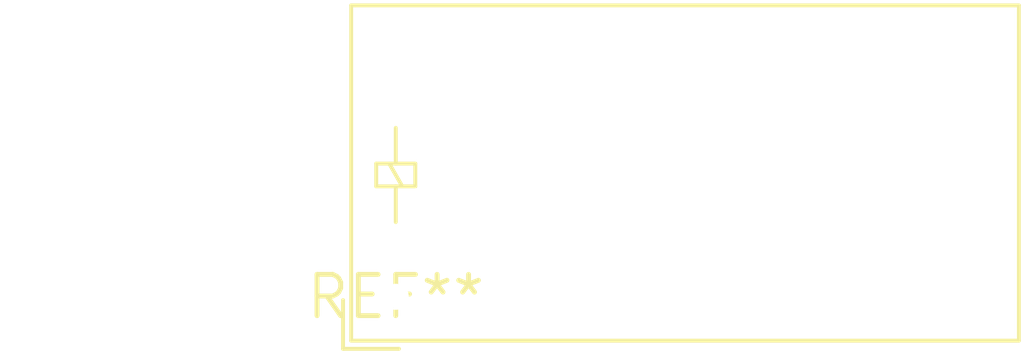
<source format=kicad_pcb>
(kicad_pcb (version 20240108) (generator pcbnew)
  (layers (0 "F.Cu" signal) (31 "B.Cu" signal) (34 "B.Paste" user) (35 "F.Paste" user) (36 "B.SilkS" user "B.Silkscreen") (37 "F.SilkS" user "F.Silkscreen") (38 "B.Mask" user) (39 "F.Mask" user) (44 "Edge.Cuts" user))
  (net 0 "")
  (footprint "Relay_DPDT_Finder_30.22" (layer "F.Cu") (at 0 0)
    (property "Reference" "REF**")
    (property "Value" "Relay_DPDT_Finder_30.22")
    (fp_line (start -1.62 1.6) (end -1.62 0.1) (layer "F.SilkS") (stroke (width 0.12)))
    (fp_line (start -1.37 -8.97) (end 19.15 -8.97) (layer "F.SilkS") (stroke (width 0.12)))
    (fp_line (start -1.37 1.35) (end -1.37 -8.97) (layer "F.SilkS") (stroke (width 0.12)))
    (fp_line (start -0.6 -4.1) (end -0.6 -3.4) (layer "F.SilkS") (stroke (width 0.12)))
    (fp_line (start -0.6 -3.4) (end 0.6 -3.4) (layer "F.SilkS") (stroke (width 0.12)))
    (fp_line (start 0 -4.1) (end 0 -5.2) (layer "F.SilkS") (stroke (width 0.12)))
    (fp_line (start 0 -3.4) (end 0 -2.3) (layer "F.SilkS") (stroke (width 0.12)))
    (fp_line (start 0.1 1.6) (end -1.62 1.6) (layer "F.SilkS") (stroke (width 0.12)))
    (fp_line (start 0.2 -3.4) (end -0.2 -4.1) (layer "F.SilkS") (stroke (width 0.12)))
    (fp_line (start 0.6 -4.1) (end -0.6 -4.1) (layer "F.SilkS") (stroke (width 0.12)))
    (fp_line (start 0.6 -3.4) (end 0.6 -4.1) (layer "F.SilkS") (stroke (width 0.12)))
    (fp_line (start 19.15 -8.97) (end 19.15 1.35) (layer "F.SilkS") (stroke (width 0.12)))
    (fp_line (start 19.15 1.35) (end -1.37 1.35) (layer "F.SilkS") (stroke (width 0.12)))
    (pad "11" thru_hole circle (at 7.62 0 90) (size 1.6 1.6) (drill 0.8) (layers *.Cu *.Mask) (remove_unused_layers))
    (pad "12" thru_hole circle (at 12.7 0 90) (size 1.6 1.6) (drill 0.8) (layers *.Cu *.Mask) (remove_unused_layers))
    (pad "14" thru_hole circle (at 17.78 0 90) (size 1.6 1.6) (drill 0.8) (layers *.Cu *.Mask) (remove_unused_layers))
    (pad "21" thru_hole circle (at 7.62 -7.62 90) (size 1.6 1.6) (drill 0.8) (layers *.Cu *.Mask) (remove_unused_layers))
    (pad "22" thru_hole circle (at 12.7 -7.62 90) (size 1.6 1.6) (drill 0.8) (layers *.Cu *.Mask) (remove_unused_layers))
    (pad "24" thru_hole circle (at 17.78 -7.62 180) (size 1.6 1.6) (drill 0.8) (layers *.Cu *.Mask) (remove_unused_layers))
    (pad "A1" thru_hole rect (at 0 0 90) (size 1.6 1.8) (drill 0.8) (layers *.Cu *.Mask) (remove_unused_layers))
    (pad "A2" thru_hole circle (at 0 -7.62 90) (size 1.6 1.6) (drill 0.8) (layers *.Cu *.Mask) (remove_unused_layers))
  )
)
</source>
